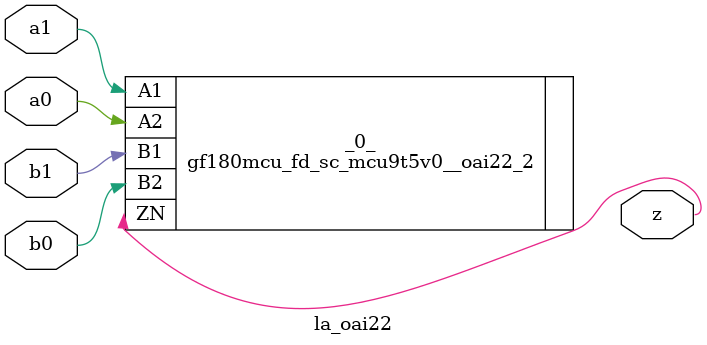
<source format=v>
/* Generated by Yosys 0.37 (git sha1 a5c7f69ed, clang 14.0.0-1ubuntu1.1 -fPIC -Os) */

module la_oai22(a0, a1, b0, b1, z);
  input a0;
  wire a0;
  input a1;
  wire a1;
  input b0;
  wire b0;
  input b1;
  wire b1;
  output z;
  wire z;
  gf180mcu_fd_sc_mcu9t5v0__oai22_2 _0_ (
    .A1(a1),
    .A2(a0),
    .B1(b1),
    .B2(b0),
    .ZN(z)
  );
endmodule

</source>
